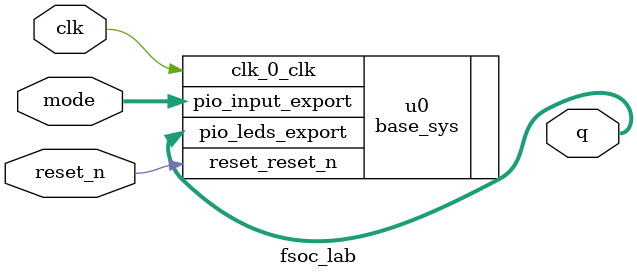
<source format=sv>
module fsoc_lab(

 //for use with max10 deca board
 //(* chip_pin = "M8" *) input logic clk, --50MHz input clock @ 2.5V
 //(* chip_pin = "J21" *) input logic reset_n, --slide switch
 //(* chip_pin = "H21, H22" *) input logic [1:0] mode, --2 push buttons
 //(* chip_pin = "C5, B4, A5, C4, B7, A6, C8, C7" *) output logic [7:0] q --LED[7] to LED[0]
 
 //for use with cyclone V gx starter kit
 (* chip_pin = "H12" *) input logic clk, // --50MHz input clock @ 2.5V
 (* chip_pin = "AC9" *) input logic reset_n, // --Slide switch "SW0" @ 1.2V
 (* chip_pin = "P11, P12" *) input logic [1:0] mode, // --Push buttons "KEY1, KEY2" @1.2V (debounced)
 (* chip_pin = "H9, H8, B6, A5, E9, D8, K6, L7" *) output logic [7:0] q //--8 LEDs "LEDG[7]" to "LEDG[0]" @1.2V

);

base_sys u0 (
	.clk_0_clk          (clk), 		//   	clk.clk
	.pio_input_export  (mode), 		//		pio_input.export
	.pio_leds_export   (q),  			//  	pio_leds.export
	.reset_reset_n     (reset_n)		//   	reset.reset_n
); 


endmodule
</source>
